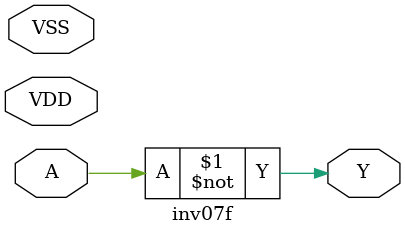
<source format=v>


module inv07f ( Y, VSS, VDD, A );

  input A;
  output Y;
  inout VDD;
  inout VSS;
  assign Y = ~A;
endmodule

</source>
